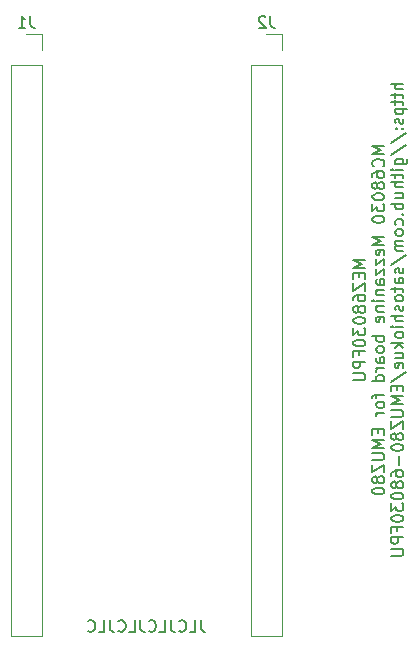
<source format=gbo>
G04 #@! TF.GenerationSoftware,KiCad,Pcbnew,(6.0.10-0)*
G04 #@! TF.CreationDate,2023-01-31T11:03:09+09:00*
G04 #@! TF.ProjectId,MEZ68030FPU,4d455a36-3830-4333-9046-50552e6b6963,A*
G04 #@! TF.SameCoordinates,PX5f5e100PY68e7780*
G04 #@! TF.FileFunction,Legend,Bot*
G04 #@! TF.FilePolarity,Positive*
%FSLAX46Y46*%
G04 Gerber Fmt 4.6, Leading zero omitted, Abs format (unit mm)*
G04 Created by KiCad (PCBNEW (6.0.10-0)) date 2023-01-31 11:03:09*
%MOMM*%
%LPD*%
G01*
G04 APERTURE LIST*
%ADD10C,0.150000*%
%ADD11C,0.200000*%
%ADD12C,0.120000*%
G04 APERTURE END LIST*
D10*
X19224047Y10152620D02*
X19224047Y9438334D01*
X19271666Y9295477D01*
X19366904Y9200239D01*
X19509761Y9152620D01*
X19605000Y9152620D01*
X18271666Y9152620D02*
X18747857Y9152620D01*
X18747857Y10152620D01*
X17366904Y9247858D02*
X17414523Y9200239D01*
X17557380Y9152620D01*
X17652619Y9152620D01*
X17795476Y9200239D01*
X17890714Y9295477D01*
X17938333Y9390715D01*
X17985952Y9581191D01*
X17985952Y9724048D01*
X17938333Y9914524D01*
X17890714Y10009762D01*
X17795476Y10105000D01*
X17652619Y10152620D01*
X17557380Y10152620D01*
X17414523Y10105000D01*
X17366904Y10057381D01*
X16652619Y10152620D02*
X16652619Y9438334D01*
X16700238Y9295477D01*
X16795476Y9200239D01*
X16938333Y9152620D01*
X17033571Y9152620D01*
X15700238Y9152620D02*
X16176428Y9152620D01*
X16176428Y10152620D01*
X14795476Y9247858D02*
X14843095Y9200239D01*
X14985952Y9152620D01*
X15081190Y9152620D01*
X15224047Y9200239D01*
X15319285Y9295477D01*
X15366904Y9390715D01*
X15414523Y9581191D01*
X15414523Y9724048D01*
X15366904Y9914524D01*
X15319285Y10009762D01*
X15224047Y10105000D01*
X15081190Y10152620D01*
X14985952Y10152620D01*
X14843095Y10105000D01*
X14795476Y10057381D01*
X14081190Y10152620D02*
X14081190Y9438334D01*
X14128809Y9295477D01*
X14224047Y9200239D01*
X14366904Y9152620D01*
X14462142Y9152620D01*
X13128809Y9152620D02*
X13605000Y9152620D01*
X13605000Y10152620D01*
X12224047Y9247858D02*
X12271666Y9200239D01*
X12414523Y9152620D01*
X12509761Y9152620D01*
X12652619Y9200239D01*
X12747857Y9295477D01*
X12795476Y9390715D01*
X12843095Y9581191D01*
X12843095Y9724048D01*
X12795476Y9914524D01*
X12747857Y10009762D01*
X12652619Y10105000D01*
X12509761Y10152620D01*
X12414523Y10152620D01*
X12271666Y10105000D01*
X12224047Y10057381D01*
X11509761Y10152620D02*
X11509761Y9438334D01*
X11557380Y9295477D01*
X11652619Y9200239D01*
X11795476Y9152620D01*
X11890714Y9152620D01*
X10557380Y9152620D02*
X11033571Y9152620D01*
X11033571Y10152620D01*
X9652619Y9247858D02*
X9700238Y9200239D01*
X9843095Y9152620D01*
X9938333Y9152620D01*
X10081190Y9200239D01*
X10176428Y9295477D01*
X10224047Y9390715D01*
X10271666Y9581191D01*
X10271666Y9724048D01*
X10224047Y9914524D01*
X10176428Y10009762D01*
X10081190Y10105000D01*
X9938333Y10152620D01*
X9843095Y10152620D01*
X9700238Y10105000D01*
X9652619Y10057381D01*
D11*
X33132380Y40655239D02*
X32132380Y40655239D01*
X32846666Y40321905D01*
X32132380Y39988572D01*
X33132380Y39988572D01*
X32608571Y39512381D02*
X32608571Y39179048D01*
X33132380Y39036191D02*
X33132380Y39512381D01*
X32132380Y39512381D01*
X32132380Y39036191D01*
X32132380Y38702858D02*
X32132380Y38036191D01*
X33132380Y38702858D01*
X33132380Y38036191D01*
X32132380Y37226667D02*
X32132380Y37417143D01*
X32180000Y37512381D01*
X32227619Y37560000D01*
X32370476Y37655239D01*
X32560952Y37702858D01*
X32941904Y37702858D01*
X33037142Y37655239D01*
X33084761Y37607620D01*
X33132380Y37512381D01*
X33132380Y37321905D01*
X33084761Y37226667D01*
X33037142Y37179048D01*
X32941904Y37131429D01*
X32703809Y37131429D01*
X32608571Y37179048D01*
X32560952Y37226667D01*
X32513333Y37321905D01*
X32513333Y37512381D01*
X32560952Y37607620D01*
X32608571Y37655239D01*
X32703809Y37702858D01*
X32560952Y36560000D02*
X32513333Y36655239D01*
X32465714Y36702858D01*
X32370476Y36750477D01*
X32322857Y36750477D01*
X32227619Y36702858D01*
X32180000Y36655239D01*
X32132380Y36560000D01*
X32132380Y36369524D01*
X32180000Y36274286D01*
X32227619Y36226667D01*
X32322857Y36179048D01*
X32370476Y36179048D01*
X32465714Y36226667D01*
X32513333Y36274286D01*
X32560952Y36369524D01*
X32560952Y36560000D01*
X32608571Y36655239D01*
X32656190Y36702858D01*
X32751428Y36750477D01*
X32941904Y36750477D01*
X33037142Y36702858D01*
X33084761Y36655239D01*
X33132380Y36560000D01*
X33132380Y36369524D01*
X33084761Y36274286D01*
X33037142Y36226667D01*
X32941904Y36179048D01*
X32751428Y36179048D01*
X32656190Y36226667D01*
X32608571Y36274286D01*
X32560952Y36369524D01*
X32132380Y35560000D02*
X32132380Y35464762D01*
X32180000Y35369524D01*
X32227619Y35321905D01*
X32322857Y35274286D01*
X32513333Y35226667D01*
X32751428Y35226667D01*
X32941904Y35274286D01*
X33037142Y35321905D01*
X33084761Y35369524D01*
X33132380Y35464762D01*
X33132380Y35560000D01*
X33084761Y35655239D01*
X33037142Y35702858D01*
X32941904Y35750477D01*
X32751428Y35798096D01*
X32513333Y35798096D01*
X32322857Y35750477D01*
X32227619Y35702858D01*
X32180000Y35655239D01*
X32132380Y35560000D01*
X32132380Y34893334D02*
X32132380Y34274286D01*
X32513333Y34607620D01*
X32513333Y34464762D01*
X32560952Y34369524D01*
X32608571Y34321905D01*
X32703809Y34274286D01*
X32941904Y34274286D01*
X33037142Y34321905D01*
X33084761Y34369524D01*
X33132380Y34464762D01*
X33132380Y34750477D01*
X33084761Y34845715D01*
X33037142Y34893334D01*
X32132380Y33655239D02*
X32132380Y33560000D01*
X32180000Y33464762D01*
X32227619Y33417143D01*
X32322857Y33369524D01*
X32513333Y33321905D01*
X32751428Y33321905D01*
X32941904Y33369524D01*
X33037142Y33417143D01*
X33084761Y33464762D01*
X33132380Y33560000D01*
X33132380Y33655239D01*
X33084761Y33750477D01*
X33037142Y33798096D01*
X32941904Y33845715D01*
X32751428Y33893334D01*
X32513333Y33893334D01*
X32322857Y33845715D01*
X32227619Y33798096D01*
X32180000Y33750477D01*
X32132380Y33655239D01*
X32608571Y32560000D02*
X32608571Y32893334D01*
X33132380Y32893334D02*
X32132380Y32893334D01*
X32132380Y32417143D01*
X33132380Y32036191D02*
X32132380Y32036191D01*
X32132380Y31655239D01*
X32180000Y31560000D01*
X32227619Y31512381D01*
X32322857Y31464762D01*
X32465714Y31464762D01*
X32560952Y31512381D01*
X32608571Y31560000D01*
X32656190Y31655239D01*
X32656190Y32036191D01*
X32132380Y31036191D02*
X32941904Y31036191D01*
X33037142Y30988572D01*
X33084761Y30940953D01*
X33132380Y30845715D01*
X33132380Y30655239D01*
X33084761Y30560000D01*
X33037142Y30512381D01*
X32941904Y30464762D01*
X32132380Y30464762D01*
X34742380Y50274286D02*
X33742380Y50274286D01*
X34456666Y49940953D01*
X33742380Y49607620D01*
X34742380Y49607620D01*
X34647142Y48560000D02*
X34694761Y48607620D01*
X34742380Y48750477D01*
X34742380Y48845715D01*
X34694761Y48988572D01*
X34599523Y49083810D01*
X34504285Y49131429D01*
X34313809Y49179048D01*
X34170952Y49179048D01*
X33980476Y49131429D01*
X33885238Y49083810D01*
X33790000Y48988572D01*
X33742380Y48845715D01*
X33742380Y48750477D01*
X33790000Y48607620D01*
X33837619Y48560000D01*
X33742380Y47702858D02*
X33742380Y47893334D01*
X33790000Y47988572D01*
X33837619Y48036191D01*
X33980476Y48131429D01*
X34170952Y48179048D01*
X34551904Y48179048D01*
X34647142Y48131429D01*
X34694761Y48083810D01*
X34742380Y47988572D01*
X34742380Y47798096D01*
X34694761Y47702858D01*
X34647142Y47655239D01*
X34551904Y47607620D01*
X34313809Y47607620D01*
X34218571Y47655239D01*
X34170952Y47702858D01*
X34123333Y47798096D01*
X34123333Y47988572D01*
X34170952Y48083810D01*
X34218571Y48131429D01*
X34313809Y48179048D01*
X34170952Y47036191D02*
X34123333Y47131429D01*
X34075714Y47179048D01*
X33980476Y47226667D01*
X33932857Y47226667D01*
X33837619Y47179048D01*
X33790000Y47131429D01*
X33742380Y47036191D01*
X33742380Y46845715D01*
X33790000Y46750477D01*
X33837619Y46702858D01*
X33932857Y46655239D01*
X33980476Y46655239D01*
X34075714Y46702858D01*
X34123333Y46750477D01*
X34170952Y46845715D01*
X34170952Y47036191D01*
X34218571Y47131429D01*
X34266190Y47179048D01*
X34361428Y47226667D01*
X34551904Y47226667D01*
X34647142Y47179048D01*
X34694761Y47131429D01*
X34742380Y47036191D01*
X34742380Y46845715D01*
X34694761Y46750477D01*
X34647142Y46702858D01*
X34551904Y46655239D01*
X34361428Y46655239D01*
X34266190Y46702858D01*
X34218571Y46750477D01*
X34170952Y46845715D01*
X33742380Y46036191D02*
X33742380Y45940953D01*
X33790000Y45845715D01*
X33837619Y45798096D01*
X33932857Y45750477D01*
X34123333Y45702858D01*
X34361428Y45702858D01*
X34551904Y45750477D01*
X34647142Y45798096D01*
X34694761Y45845715D01*
X34742380Y45940953D01*
X34742380Y46036191D01*
X34694761Y46131429D01*
X34647142Y46179048D01*
X34551904Y46226667D01*
X34361428Y46274286D01*
X34123333Y46274286D01*
X33932857Y46226667D01*
X33837619Y46179048D01*
X33790000Y46131429D01*
X33742380Y46036191D01*
X33742380Y45369524D02*
X33742380Y44750477D01*
X34123333Y45083810D01*
X34123333Y44940953D01*
X34170952Y44845715D01*
X34218571Y44798096D01*
X34313809Y44750477D01*
X34551904Y44750477D01*
X34647142Y44798096D01*
X34694761Y44845715D01*
X34742380Y44940953D01*
X34742380Y45226667D01*
X34694761Y45321905D01*
X34647142Y45369524D01*
X33742380Y44131429D02*
X33742380Y44036191D01*
X33790000Y43940953D01*
X33837619Y43893334D01*
X33932857Y43845715D01*
X34123333Y43798096D01*
X34361428Y43798096D01*
X34551904Y43845715D01*
X34647142Y43893334D01*
X34694761Y43940953D01*
X34742380Y44036191D01*
X34742380Y44131429D01*
X34694761Y44226667D01*
X34647142Y44274286D01*
X34551904Y44321905D01*
X34361428Y44369524D01*
X34123333Y44369524D01*
X33932857Y44321905D01*
X33837619Y44274286D01*
X33790000Y44226667D01*
X33742380Y44131429D01*
X34742380Y42607620D02*
X33742380Y42607620D01*
X34456666Y42274286D01*
X33742380Y41940953D01*
X34742380Y41940953D01*
X34694761Y41083810D02*
X34742380Y41179048D01*
X34742380Y41369524D01*
X34694761Y41464762D01*
X34599523Y41512381D01*
X34218571Y41512381D01*
X34123333Y41464762D01*
X34075714Y41369524D01*
X34075714Y41179048D01*
X34123333Y41083810D01*
X34218571Y41036191D01*
X34313809Y41036191D01*
X34409047Y41512381D01*
X34075714Y40702858D02*
X34075714Y40179048D01*
X34742380Y40702858D01*
X34742380Y40179048D01*
X34075714Y39893334D02*
X34075714Y39369524D01*
X34742380Y39893334D01*
X34742380Y39369524D01*
X34742380Y38560000D02*
X34218571Y38560000D01*
X34123333Y38607620D01*
X34075714Y38702858D01*
X34075714Y38893334D01*
X34123333Y38988572D01*
X34694761Y38560000D02*
X34742380Y38655239D01*
X34742380Y38893334D01*
X34694761Y38988572D01*
X34599523Y39036191D01*
X34504285Y39036191D01*
X34409047Y38988572D01*
X34361428Y38893334D01*
X34361428Y38655239D01*
X34313809Y38560000D01*
X34075714Y38083810D02*
X34742380Y38083810D01*
X34170952Y38083810D02*
X34123333Y38036191D01*
X34075714Y37940953D01*
X34075714Y37798096D01*
X34123333Y37702858D01*
X34218571Y37655239D01*
X34742380Y37655239D01*
X34742380Y37179048D02*
X34075714Y37179048D01*
X33742380Y37179048D02*
X33790000Y37226667D01*
X33837619Y37179048D01*
X33790000Y37131429D01*
X33742380Y37179048D01*
X33837619Y37179048D01*
X34075714Y36702858D02*
X34742380Y36702858D01*
X34170952Y36702858D02*
X34123333Y36655239D01*
X34075714Y36560001D01*
X34075714Y36417143D01*
X34123333Y36321905D01*
X34218571Y36274286D01*
X34742380Y36274286D01*
X34694761Y35417143D02*
X34742380Y35512381D01*
X34742380Y35702858D01*
X34694761Y35798096D01*
X34599523Y35845715D01*
X34218571Y35845715D01*
X34123333Y35798096D01*
X34075714Y35702858D01*
X34075714Y35512381D01*
X34123333Y35417143D01*
X34218571Y35369524D01*
X34313809Y35369524D01*
X34409047Y35845715D01*
X34742380Y34179048D02*
X33742380Y34179048D01*
X34123333Y34179048D02*
X34075714Y34083810D01*
X34075714Y33893334D01*
X34123333Y33798096D01*
X34170952Y33750477D01*
X34266190Y33702858D01*
X34551904Y33702858D01*
X34647142Y33750477D01*
X34694761Y33798096D01*
X34742380Y33893334D01*
X34742380Y34083810D01*
X34694761Y34179048D01*
X34742380Y33131429D02*
X34694761Y33226667D01*
X34647142Y33274286D01*
X34551904Y33321905D01*
X34266190Y33321905D01*
X34170952Y33274286D01*
X34123333Y33226667D01*
X34075714Y33131429D01*
X34075714Y32988572D01*
X34123333Y32893334D01*
X34170952Y32845715D01*
X34266190Y32798096D01*
X34551904Y32798096D01*
X34647142Y32845715D01*
X34694761Y32893334D01*
X34742380Y32988572D01*
X34742380Y33131429D01*
X34742380Y31940953D02*
X34218571Y31940953D01*
X34123333Y31988572D01*
X34075714Y32083810D01*
X34075714Y32274286D01*
X34123333Y32369524D01*
X34694761Y31940953D02*
X34742380Y32036191D01*
X34742380Y32274286D01*
X34694761Y32369524D01*
X34599523Y32417143D01*
X34504285Y32417143D01*
X34409047Y32369524D01*
X34361428Y32274286D01*
X34361428Y32036191D01*
X34313809Y31940953D01*
X34742380Y31464762D02*
X34075714Y31464762D01*
X34266190Y31464762D02*
X34170952Y31417143D01*
X34123333Y31369524D01*
X34075714Y31274286D01*
X34075714Y31179048D01*
X34742380Y30417143D02*
X33742380Y30417143D01*
X34694761Y30417143D02*
X34742380Y30512381D01*
X34742380Y30702858D01*
X34694761Y30798096D01*
X34647142Y30845715D01*
X34551904Y30893334D01*
X34266190Y30893334D01*
X34170952Y30845715D01*
X34123333Y30798096D01*
X34075714Y30702858D01*
X34075714Y30512381D01*
X34123333Y30417143D01*
X34075714Y29321905D02*
X34075714Y28940953D01*
X34742380Y29179048D02*
X33885238Y29179048D01*
X33790000Y29131429D01*
X33742380Y29036191D01*
X33742380Y28940953D01*
X34742380Y28464762D02*
X34694761Y28560001D01*
X34647142Y28607620D01*
X34551904Y28655239D01*
X34266190Y28655239D01*
X34170952Y28607620D01*
X34123333Y28560001D01*
X34075714Y28464762D01*
X34075714Y28321905D01*
X34123333Y28226667D01*
X34170952Y28179048D01*
X34266190Y28131429D01*
X34551904Y28131429D01*
X34647142Y28179048D01*
X34694761Y28226667D01*
X34742380Y28321905D01*
X34742380Y28464762D01*
X34742380Y27702858D02*
X34075714Y27702858D01*
X34266190Y27702858D02*
X34170952Y27655239D01*
X34123333Y27607620D01*
X34075714Y27512381D01*
X34075714Y27417143D01*
X34218571Y26321905D02*
X34218571Y25988572D01*
X34742380Y25845715D02*
X34742380Y26321905D01*
X33742380Y26321905D01*
X33742380Y25845715D01*
X34742380Y25417143D02*
X33742380Y25417143D01*
X34456666Y25083810D01*
X33742380Y24750477D01*
X34742380Y24750477D01*
X33742380Y24274286D02*
X34551904Y24274286D01*
X34647142Y24226667D01*
X34694761Y24179048D01*
X34742380Y24083810D01*
X34742380Y23893334D01*
X34694761Y23798096D01*
X34647142Y23750477D01*
X34551904Y23702858D01*
X33742380Y23702858D01*
X33742380Y23321905D02*
X33742380Y22655239D01*
X34742380Y23321905D01*
X34742380Y22655239D01*
X34170952Y22131429D02*
X34123333Y22226667D01*
X34075714Y22274286D01*
X33980476Y22321905D01*
X33932857Y22321905D01*
X33837619Y22274286D01*
X33790000Y22226667D01*
X33742380Y22131429D01*
X33742380Y21940953D01*
X33790000Y21845715D01*
X33837619Y21798096D01*
X33932857Y21750477D01*
X33980476Y21750477D01*
X34075714Y21798096D01*
X34123333Y21845715D01*
X34170952Y21940953D01*
X34170952Y22131429D01*
X34218571Y22226667D01*
X34266190Y22274286D01*
X34361428Y22321905D01*
X34551904Y22321905D01*
X34647142Y22274286D01*
X34694761Y22226667D01*
X34742380Y22131429D01*
X34742380Y21940953D01*
X34694761Y21845715D01*
X34647142Y21798096D01*
X34551904Y21750477D01*
X34361428Y21750477D01*
X34266190Y21798096D01*
X34218571Y21845715D01*
X34170952Y21940953D01*
X33742380Y21131429D02*
X33742380Y21036191D01*
X33790000Y20940953D01*
X33837619Y20893334D01*
X33932857Y20845715D01*
X34123333Y20798096D01*
X34361428Y20798096D01*
X34551904Y20845715D01*
X34647142Y20893334D01*
X34694761Y20940953D01*
X34742380Y21036191D01*
X34742380Y21131429D01*
X34694761Y21226667D01*
X34647142Y21274286D01*
X34551904Y21321905D01*
X34361428Y21369524D01*
X34123333Y21369524D01*
X33932857Y21321905D01*
X33837619Y21274286D01*
X33790000Y21226667D01*
X33742380Y21131429D01*
X36352380Y55512381D02*
X35352380Y55512381D01*
X36352380Y55083810D02*
X35828571Y55083810D01*
X35733333Y55131429D01*
X35685714Y55226667D01*
X35685714Y55369524D01*
X35733333Y55464762D01*
X35780952Y55512381D01*
X35685714Y54750477D02*
X35685714Y54369524D01*
X35352380Y54607620D02*
X36209523Y54607620D01*
X36304761Y54560000D01*
X36352380Y54464762D01*
X36352380Y54369524D01*
X35685714Y54179048D02*
X35685714Y53798096D01*
X35352380Y54036191D02*
X36209523Y54036191D01*
X36304761Y53988572D01*
X36352380Y53893334D01*
X36352380Y53798096D01*
X35685714Y53464762D02*
X36685714Y53464762D01*
X35733333Y53464762D02*
X35685714Y53369524D01*
X35685714Y53179048D01*
X35733333Y53083810D01*
X35780952Y53036191D01*
X35876190Y52988572D01*
X36161904Y52988572D01*
X36257142Y53036191D01*
X36304761Y53083810D01*
X36352380Y53179048D01*
X36352380Y53369524D01*
X36304761Y53464762D01*
X36304761Y52607620D02*
X36352380Y52512381D01*
X36352380Y52321905D01*
X36304761Y52226667D01*
X36209523Y52179048D01*
X36161904Y52179048D01*
X36066666Y52226667D01*
X36019047Y52321905D01*
X36019047Y52464762D01*
X35971428Y52560000D01*
X35876190Y52607620D01*
X35828571Y52607620D01*
X35733333Y52560000D01*
X35685714Y52464762D01*
X35685714Y52321905D01*
X35733333Y52226667D01*
X36257142Y51750477D02*
X36304761Y51702858D01*
X36352380Y51750477D01*
X36304761Y51798096D01*
X36257142Y51750477D01*
X36352380Y51750477D01*
X35733333Y51750477D02*
X35780952Y51702858D01*
X35828571Y51750477D01*
X35780952Y51798096D01*
X35733333Y51750477D01*
X35828571Y51750477D01*
X35304761Y50560000D02*
X36590476Y51417143D01*
X35304761Y49512381D02*
X36590476Y50369524D01*
X35685714Y48750477D02*
X36495238Y48750477D01*
X36590476Y48798096D01*
X36638095Y48845715D01*
X36685714Y48940953D01*
X36685714Y49083810D01*
X36638095Y49179048D01*
X36304761Y48750477D02*
X36352380Y48845715D01*
X36352380Y49036191D01*
X36304761Y49131429D01*
X36257142Y49179048D01*
X36161904Y49226667D01*
X35876190Y49226667D01*
X35780952Y49179048D01*
X35733333Y49131429D01*
X35685714Y49036191D01*
X35685714Y48845715D01*
X35733333Y48750477D01*
X36352380Y48274286D02*
X35685714Y48274286D01*
X35352380Y48274286D02*
X35400000Y48321905D01*
X35447619Y48274286D01*
X35400000Y48226667D01*
X35352380Y48274286D01*
X35447619Y48274286D01*
X35685714Y47940953D02*
X35685714Y47560000D01*
X35352380Y47798096D02*
X36209523Y47798096D01*
X36304761Y47750477D01*
X36352380Y47655239D01*
X36352380Y47560000D01*
X36352380Y47226667D02*
X35352380Y47226667D01*
X36352380Y46798096D02*
X35828571Y46798096D01*
X35733333Y46845715D01*
X35685714Y46940953D01*
X35685714Y47083810D01*
X35733333Y47179048D01*
X35780952Y47226667D01*
X35685714Y45893334D02*
X36352380Y45893334D01*
X35685714Y46321905D02*
X36209523Y46321905D01*
X36304761Y46274286D01*
X36352380Y46179048D01*
X36352380Y46036191D01*
X36304761Y45940953D01*
X36257142Y45893334D01*
X36352380Y45417143D02*
X35352380Y45417143D01*
X35733333Y45417143D02*
X35685714Y45321905D01*
X35685714Y45131429D01*
X35733333Y45036191D01*
X35780952Y44988572D01*
X35876190Y44940953D01*
X36161904Y44940953D01*
X36257142Y44988572D01*
X36304761Y45036191D01*
X36352380Y45131429D01*
X36352380Y45321905D01*
X36304761Y45417143D01*
X36257142Y44512381D02*
X36304761Y44464762D01*
X36352380Y44512381D01*
X36304761Y44560000D01*
X36257142Y44512381D01*
X36352380Y44512381D01*
X36304761Y43607620D02*
X36352380Y43702858D01*
X36352380Y43893334D01*
X36304761Y43988572D01*
X36257142Y44036191D01*
X36161904Y44083810D01*
X35876190Y44083810D01*
X35780952Y44036191D01*
X35733333Y43988572D01*
X35685714Y43893334D01*
X35685714Y43702858D01*
X35733333Y43607620D01*
X36352380Y43036191D02*
X36304761Y43131429D01*
X36257142Y43179048D01*
X36161904Y43226667D01*
X35876190Y43226667D01*
X35780952Y43179048D01*
X35733333Y43131429D01*
X35685714Y43036191D01*
X35685714Y42893334D01*
X35733333Y42798096D01*
X35780952Y42750477D01*
X35876190Y42702858D01*
X36161904Y42702858D01*
X36257142Y42750477D01*
X36304761Y42798096D01*
X36352380Y42893334D01*
X36352380Y43036191D01*
X36352380Y42274286D02*
X35685714Y42274286D01*
X35780952Y42274286D02*
X35733333Y42226667D01*
X35685714Y42131429D01*
X35685714Y41988572D01*
X35733333Y41893334D01*
X35828571Y41845715D01*
X36352380Y41845715D01*
X35828571Y41845715D02*
X35733333Y41798096D01*
X35685714Y41702858D01*
X35685714Y41560000D01*
X35733333Y41464762D01*
X35828571Y41417143D01*
X36352380Y41417143D01*
X35304761Y40226667D02*
X36590476Y41083810D01*
X36304761Y39940953D02*
X36352380Y39845715D01*
X36352380Y39655239D01*
X36304761Y39560000D01*
X36209523Y39512381D01*
X36161904Y39512381D01*
X36066666Y39560000D01*
X36019047Y39655239D01*
X36019047Y39798096D01*
X35971428Y39893334D01*
X35876190Y39940953D01*
X35828571Y39940953D01*
X35733333Y39893334D01*
X35685714Y39798096D01*
X35685714Y39655239D01*
X35733333Y39560000D01*
X36352380Y38655239D02*
X35828571Y38655239D01*
X35733333Y38702858D01*
X35685714Y38798096D01*
X35685714Y38988572D01*
X35733333Y39083810D01*
X36304761Y38655239D02*
X36352380Y38750477D01*
X36352380Y38988572D01*
X36304761Y39083810D01*
X36209523Y39131429D01*
X36114285Y39131429D01*
X36019047Y39083810D01*
X35971428Y38988572D01*
X35971428Y38750477D01*
X35923809Y38655239D01*
X35685714Y38321905D02*
X35685714Y37940953D01*
X35352380Y38179048D02*
X36209523Y38179048D01*
X36304761Y38131429D01*
X36352380Y38036191D01*
X36352380Y37940953D01*
X36352380Y37464762D02*
X36304761Y37560000D01*
X36257142Y37607620D01*
X36161904Y37655239D01*
X35876190Y37655239D01*
X35780952Y37607620D01*
X35733333Y37560000D01*
X35685714Y37464762D01*
X35685714Y37321905D01*
X35733333Y37226667D01*
X35780952Y37179048D01*
X35876190Y37131429D01*
X36161904Y37131429D01*
X36257142Y37179048D01*
X36304761Y37226667D01*
X36352380Y37321905D01*
X36352380Y37464762D01*
X36304761Y36750477D02*
X36352380Y36655239D01*
X36352380Y36464762D01*
X36304761Y36369524D01*
X36209523Y36321905D01*
X36161904Y36321905D01*
X36066666Y36369524D01*
X36019047Y36464762D01*
X36019047Y36607620D01*
X35971428Y36702858D01*
X35876190Y36750477D01*
X35828571Y36750477D01*
X35733333Y36702858D01*
X35685714Y36607620D01*
X35685714Y36464762D01*
X35733333Y36369524D01*
X36352380Y35893334D02*
X35352380Y35893334D01*
X36352380Y35464762D02*
X35828571Y35464762D01*
X35733333Y35512381D01*
X35685714Y35607620D01*
X35685714Y35750477D01*
X35733333Y35845715D01*
X35780952Y35893334D01*
X36352380Y34988572D02*
X35685714Y34988572D01*
X35352380Y34988572D02*
X35400000Y35036191D01*
X35447619Y34988572D01*
X35400000Y34940953D01*
X35352380Y34988572D01*
X35447619Y34988572D01*
X36352380Y34369524D02*
X36304761Y34464762D01*
X36257142Y34512381D01*
X36161904Y34560000D01*
X35876190Y34560000D01*
X35780952Y34512381D01*
X35733333Y34464762D01*
X35685714Y34369524D01*
X35685714Y34226667D01*
X35733333Y34131429D01*
X35780952Y34083810D01*
X35876190Y34036191D01*
X36161904Y34036191D01*
X36257142Y34083810D01*
X36304761Y34131429D01*
X36352380Y34226667D01*
X36352380Y34369524D01*
X36352380Y33607620D02*
X35352380Y33607620D01*
X35971428Y33512381D02*
X36352380Y33226667D01*
X35685714Y33226667D02*
X36066666Y33607620D01*
X35685714Y32369524D02*
X36352380Y32369524D01*
X35685714Y32798096D02*
X36209523Y32798096D01*
X36304761Y32750477D01*
X36352380Y32655239D01*
X36352380Y32512381D01*
X36304761Y32417143D01*
X36257142Y32369524D01*
X36304761Y31512381D02*
X36352380Y31607620D01*
X36352380Y31798096D01*
X36304761Y31893334D01*
X36209523Y31940953D01*
X35828571Y31940953D01*
X35733333Y31893334D01*
X35685714Y31798096D01*
X35685714Y31607620D01*
X35733333Y31512381D01*
X35828571Y31464762D01*
X35923809Y31464762D01*
X36019047Y31940953D01*
X35304761Y30321905D02*
X36590476Y31179048D01*
X35828571Y29988572D02*
X35828571Y29655239D01*
X36352380Y29512381D02*
X36352380Y29988572D01*
X35352380Y29988572D01*
X35352380Y29512381D01*
X36352380Y29083810D02*
X35352380Y29083810D01*
X36066666Y28750477D01*
X35352380Y28417143D01*
X36352380Y28417143D01*
X35352380Y27940953D02*
X36161904Y27940953D01*
X36257142Y27893334D01*
X36304761Y27845715D01*
X36352380Y27750477D01*
X36352380Y27560001D01*
X36304761Y27464762D01*
X36257142Y27417143D01*
X36161904Y27369524D01*
X35352380Y27369524D01*
X35352380Y26988572D02*
X35352380Y26321905D01*
X36352380Y26988572D01*
X36352380Y26321905D01*
X35780952Y25798096D02*
X35733333Y25893334D01*
X35685714Y25940953D01*
X35590476Y25988572D01*
X35542857Y25988572D01*
X35447619Y25940953D01*
X35400000Y25893334D01*
X35352380Y25798096D01*
X35352380Y25607620D01*
X35400000Y25512381D01*
X35447619Y25464762D01*
X35542857Y25417143D01*
X35590476Y25417143D01*
X35685714Y25464762D01*
X35733333Y25512381D01*
X35780952Y25607620D01*
X35780952Y25798096D01*
X35828571Y25893334D01*
X35876190Y25940953D01*
X35971428Y25988572D01*
X36161904Y25988572D01*
X36257142Y25940953D01*
X36304761Y25893334D01*
X36352380Y25798096D01*
X36352380Y25607620D01*
X36304761Y25512381D01*
X36257142Y25464762D01*
X36161904Y25417143D01*
X35971428Y25417143D01*
X35876190Y25464762D01*
X35828571Y25512381D01*
X35780952Y25607620D01*
X35352380Y24798096D02*
X35352380Y24702858D01*
X35400000Y24607620D01*
X35447619Y24560001D01*
X35542857Y24512381D01*
X35733333Y24464762D01*
X35971428Y24464762D01*
X36161904Y24512381D01*
X36257142Y24560001D01*
X36304761Y24607620D01*
X36352380Y24702858D01*
X36352380Y24798096D01*
X36304761Y24893334D01*
X36257142Y24940953D01*
X36161904Y24988572D01*
X35971428Y25036191D01*
X35733333Y25036191D01*
X35542857Y24988572D01*
X35447619Y24940953D01*
X35400000Y24893334D01*
X35352380Y24798096D01*
X35971428Y24036191D02*
X35971428Y23274286D01*
X35352380Y22369524D02*
X35352380Y22560001D01*
X35400000Y22655239D01*
X35447619Y22702858D01*
X35590476Y22798096D01*
X35780952Y22845715D01*
X36161904Y22845715D01*
X36257142Y22798096D01*
X36304761Y22750477D01*
X36352380Y22655239D01*
X36352380Y22464762D01*
X36304761Y22369524D01*
X36257142Y22321905D01*
X36161904Y22274286D01*
X35923809Y22274286D01*
X35828571Y22321905D01*
X35780952Y22369524D01*
X35733333Y22464762D01*
X35733333Y22655239D01*
X35780952Y22750477D01*
X35828571Y22798096D01*
X35923809Y22845715D01*
X35780952Y21702858D02*
X35733333Y21798096D01*
X35685714Y21845715D01*
X35590476Y21893334D01*
X35542857Y21893334D01*
X35447619Y21845715D01*
X35400000Y21798096D01*
X35352380Y21702858D01*
X35352380Y21512381D01*
X35400000Y21417143D01*
X35447619Y21369524D01*
X35542857Y21321905D01*
X35590476Y21321905D01*
X35685714Y21369524D01*
X35733333Y21417143D01*
X35780952Y21512381D01*
X35780952Y21702858D01*
X35828571Y21798096D01*
X35876190Y21845715D01*
X35971428Y21893334D01*
X36161904Y21893334D01*
X36257142Y21845715D01*
X36304761Y21798096D01*
X36352380Y21702858D01*
X36352380Y21512381D01*
X36304761Y21417143D01*
X36257142Y21369524D01*
X36161904Y21321905D01*
X35971428Y21321905D01*
X35876190Y21369524D01*
X35828571Y21417143D01*
X35780952Y21512381D01*
X35352380Y20702858D02*
X35352380Y20607620D01*
X35400000Y20512381D01*
X35447619Y20464762D01*
X35542857Y20417143D01*
X35733333Y20369524D01*
X35971428Y20369524D01*
X36161904Y20417143D01*
X36257142Y20464762D01*
X36304761Y20512381D01*
X36352380Y20607620D01*
X36352380Y20702858D01*
X36304761Y20798096D01*
X36257142Y20845715D01*
X36161904Y20893334D01*
X35971428Y20940953D01*
X35733333Y20940953D01*
X35542857Y20893334D01*
X35447619Y20845715D01*
X35400000Y20798096D01*
X35352380Y20702858D01*
X35352380Y20036191D02*
X35352380Y19417143D01*
X35733333Y19750477D01*
X35733333Y19607620D01*
X35780952Y19512381D01*
X35828571Y19464762D01*
X35923809Y19417143D01*
X36161904Y19417143D01*
X36257142Y19464762D01*
X36304761Y19512381D01*
X36352380Y19607620D01*
X36352380Y19893334D01*
X36304761Y19988572D01*
X36257142Y20036191D01*
X35352380Y18798096D02*
X35352380Y18702858D01*
X35400000Y18607620D01*
X35447619Y18560001D01*
X35542857Y18512381D01*
X35733333Y18464762D01*
X35971428Y18464762D01*
X36161904Y18512381D01*
X36257142Y18560001D01*
X36304761Y18607620D01*
X36352380Y18702858D01*
X36352380Y18798096D01*
X36304761Y18893334D01*
X36257142Y18940953D01*
X36161904Y18988572D01*
X35971428Y19036191D01*
X35733333Y19036191D01*
X35542857Y18988572D01*
X35447619Y18940953D01*
X35400000Y18893334D01*
X35352380Y18798096D01*
X35828571Y17702858D02*
X35828571Y18036191D01*
X36352380Y18036191D02*
X35352380Y18036191D01*
X35352380Y17560001D01*
X36352380Y17179048D02*
X35352380Y17179048D01*
X35352380Y16798096D01*
X35400000Y16702858D01*
X35447619Y16655239D01*
X35542857Y16607620D01*
X35685714Y16607620D01*
X35780952Y16655239D01*
X35828571Y16702858D01*
X35876190Y16798096D01*
X35876190Y17179048D01*
X35352380Y16179048D02*
X36161904Y16179048D01*
X36257142Y16131429D01*
X36304761Y16083810D01*
X36352380Y15988572D01*
X36352380Y15798096D01*
X36304761Y15702858D01*
X36257142Y15655239D01*
X36161904Y15607620D01*
X35352380Y15607620D01*
D10*
X25098333Y61297620D02*
X25098333Y60583334D01*
X25145952Y60440477D01*
X25241190Y60345239D01*
X25384047Y60297620D01*
X25479285Y60297620D01*
X24669761Y61202381D02*
X24622142Y61250000D01*
X24526904Y61297620D01*
X24288809Y61297620D01*
X24193571Y61250000D01*
X24145952Y61202381D01*
X24098333Y61107143D01*
X24098333Y61011905D01*
X24145952Y60869048D01*
X24717380Y60297620D01*
X24098333Y60297620D01*
X4778333Y61292620D02*
X4778333Y60578334D01*
X4825952Y60435477D01*
X4921190Y60340239D01*
X5064047Y60292620D01*
X5159285Y60292620D01*
X3778333Y60292620D02*
X4349761Y60292620D01*
X4064047Y60292620D02*
X4064047Y61292620D01*
X4159285Y61149762D01*
X4254523Y61054524D01*
X4349761Y61006905D01*
D12*
X26095000Y58420000D02*
X26095000Y59750000D01*
X23435000Y57150000D02*
X23435000Y8830000D01*
X26095000Y57150000D02*
X26095000Y8830000D01*
X26095000Y57150000D02*
X23435000Y57150000D01*
X26095000Y59750000D02*
X24765000Y59750000D01*
X26095000Y8830000D02*
X23435000Y8830000D01*
X5775000Y8825000D02*
X3115000Y8825000D01*
X5775000Y58415000D02*
X5775000Y59745000D01*
X5775000Y59745000D02*
X4445000Y59745000D01*
X5775000Y57145000D02*
X3115000Y57145000D01*
X3115000Y57145000D02*
X3115000Y8825000D01*
X5775000Y57145000D02*
X5775000Y8825000D01*
M02*

</source>
